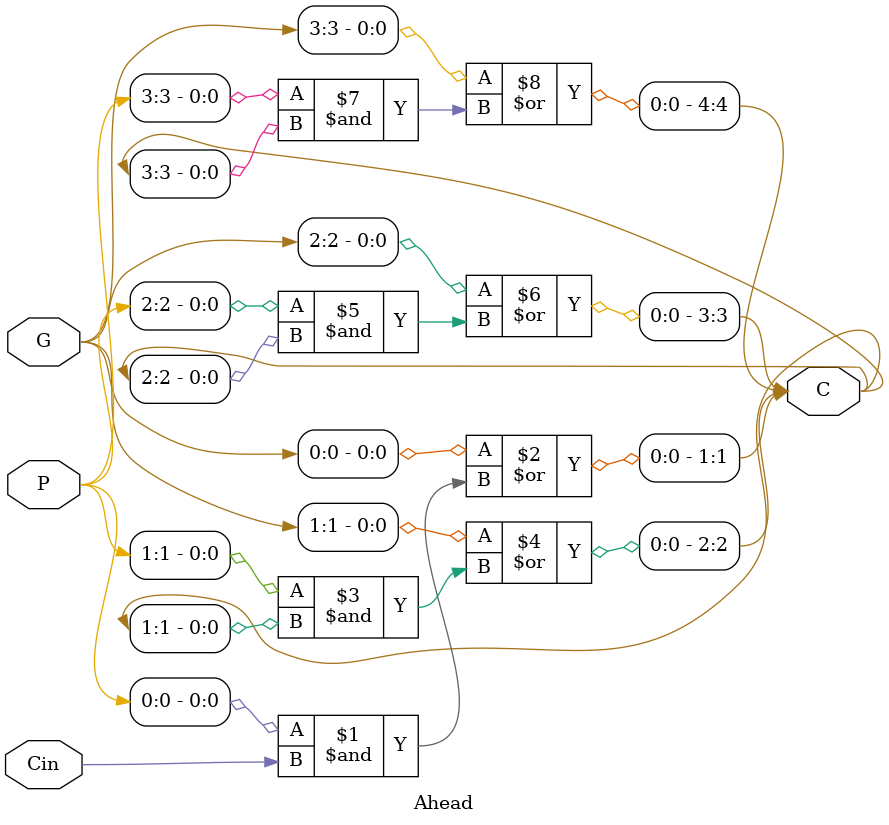
<source format=v>
`timescale 1ns / 1ps

module Ahead (
    input [3:0] P,
    input [3:0] G,
    input Cin,
    output [4:1] C
);
  assign C[1] = G[0] | P[0] & Cin;
  assign C[2] = G[1] | P[1] & C[1];
  assign C[3] = G[2] | P[2] & C[2];
  assign C[4] = G[3] | P[3] & C[3];
endmodule

</source>
